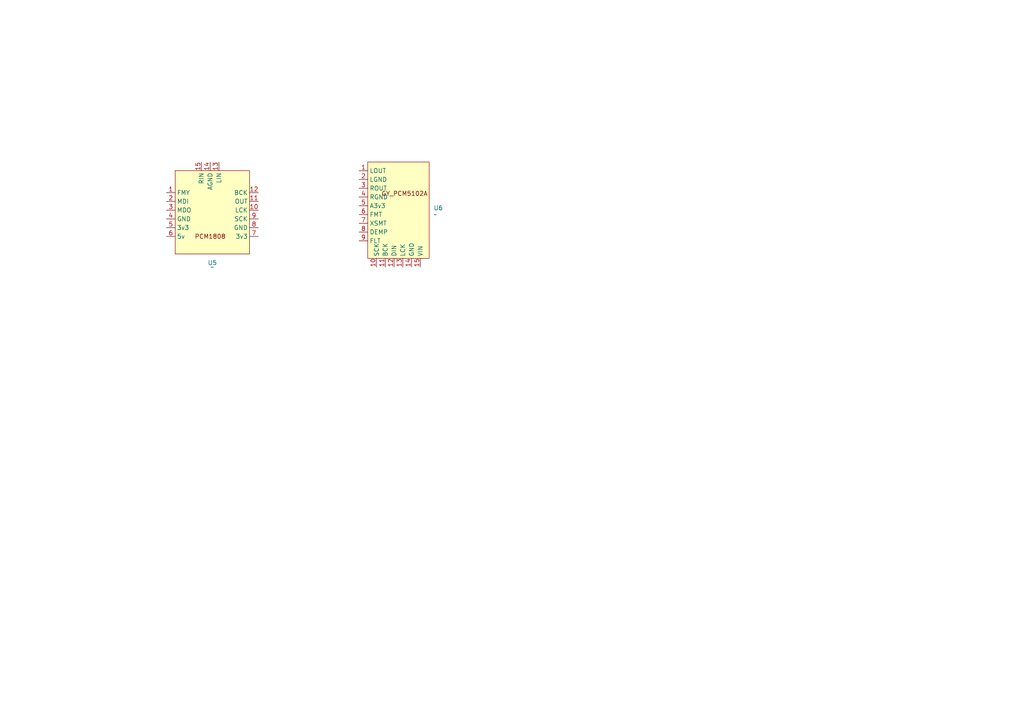
<source format=kicad_sch>
(kicad_sch (version 20231120) (generator "eeschema") (generator_version "8.0")
  (paper "A4")
  (lib_symbols
    (symbol "DSP_CodecBoards:GY_PCM5102A"
      (property "Reference" "U" (at 0 0 0))
      (symbol "GY_PCM5102A_1_1"
        (rectangle (start -8.89 13.97) (end 8.89 -13.97) (fill (type background)))
        (text "GY_PCM5102A" (at 1.778 4.826 0) (effects (font (size 1.27 1.27))))
        (pin output line (at -11.43 11.43 0) (length 2.54) (name "LOUT") (number "1"))
        (pin input line (at -6.35 -16.51 90) (length 2.54) (name "SCK") (number "10"))
        (pin input line (at -3.81 -16.51 90) (length 2.54) (name "BCK") (number "11"))
        (pin input line (at -1.27 -16.51 90) (length 2.54) (name "DIN") (number "12"))
        (pin input line (at 1.27 -16.51 90) (length 2.54) (name "LCK") (number "13"))
        (pin power_in line (at 3.81 -16.51 90) (length 2.54) (name "GND") (number "14"))
        (pin power_in line (at 6.35 -16.51 90) (length 2.54) (name "VIN") (number "15"))
        (pin power_out line (at -11.43 8.89 0) (length 2.54) (name "LGND") (number "2"))
        (pin output line (at -11.43 6.35 0) (length 2.54) (name "ROUT") (number "3"))
        (pin power_out line (at -11.43 3.81 0) (length 2.54) (name "RGND") (number "4"))
        (pin power_out line (at -11.43 1.27 0) (length 2.54) (name "A3v3") (number "5"))
        (pin unspecified line (at -11.43 -1.27 0) (length 2.54) (name "FMT") (number "6"))
        (pin input line (at -11.43 -3.81 0) (length 2.54) (name "XSMT") (number "7"))
        (pin input line (at -11.43 -6.35 0) (length 2.54) (name "DEMP") (number "8"))
        (pin input line (at -11.43 -8.89 0) (length 2.54) (name "FLT") (number "9"))
      )
    )
    (symbol "DSP_CodecBoards:PCM1808"
      (property "Reference" "U" (at 0 0.254 0))
      (symbol "PCM1808_1_1"
        (rectangle (start -10.16 11.43) (end 11.43 -12.7) (fill (type background)))
        (text "PCM1808" (at 0 -7.62 0) (effects (font (size 1.27 1.27))))
        (pin input line (at -12.7 5.08 0) (length 2.54) (name "FMY") (number "1"))
        (pin input line (at 13.97 0 180) (length 2.54) (name "LCK") (number "10"))
        (pin output line (at 13.97 2.54 180) (length 2.54) (name "OUT") (number "11"))
        (pin input line (at 13.97 5.08 180) (length 2.54) (name "BCK") (number "12"))
        (pin input line (at 2.54 13.97 270) (length 2.54) (name "LIN") (number "13"))
        (pin power_in line (at 0 13.97 270) (length 2.54) (name "AGND") (number "14"))
        (pin input line (at -2.54 13.97 270) (length 2.54) (name "RIN") (number "15"))
        (pin input line (at -12.7 2.54 0) (length 2.54) (name "MDI") (number "2"))
        (pin input line (at -12.7 0 0) (length 2.54) (name "MDO") (number "3"))
        (pin power_in line (at -12.7 -2.54 0) (length 2.54) (name "GND") (number "4"))
        (pin power_in line (at -12.7 -5.08 0) (length 2.54) (name "3v3") (number "5"))
        (pin power_in line (at -12.7 -7.62 0) (length 2.54) (name "5v") (number "6"))
        (pin power_in line (at 13.97 -7.62 180) (length 2.54) (name "3v3") (number "7"))
        (pin power_in line (at 13.97 -5.08 180) (length 2.54) (name "GND") (number "8"))
        (pin input line (at 13.97 -2.54 180) (length 2.54) (name "SCK") (number "9"))
      )
    )
  )
  (symbol (lib_id "DSP_CodecBoards:GY_PCM5102A") (at 115.57 60.96 0) (unit 1)
    (property "Reference" "U6" (at 125.73 60.3249 0) (effects (justify left)))
    (property "Value" "~" (at 125.73 62.23 0) (effects (justify left)))
    (property "Footprint" "DSP_CodecBoards:GY_PCM5102A" (effects (hide yes)))
  )
  (symbol (lib_id "DSP_CodecBoards:PCM1808") (at 60.96 60.96 0) (unit 1)
    (property "Reference" "U5" (at 61.595 76.2 0))
    (property "Value" "~" (at 61.595 77.47 0))
    (property "Footprint" "DSP_CodecBoards:PCM1808" (effects (hide yes)))
  )
)
</source>
